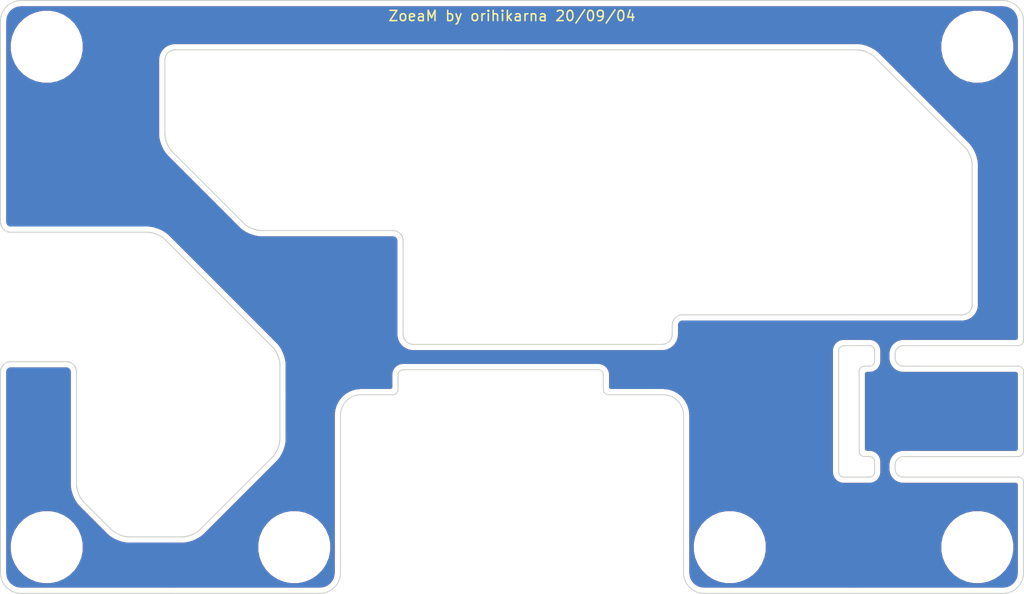
<source format=kicad_pcb>
(kicad_pcb (version 20171130) (host pcbnew "(5.1.5-0-10_14)")
  (layers (0 F.Cu signal) (31 B.Cu signal) (34 B.Paste user) (35 F.Paste user) (36 B.SilkS user) (37 F.SilkS user) (38 B.Mask user) (39 F.Mask user) (44 Edge.Cuts user))
  (net 0 "")
  (net 1 GND)
  (module key-parts:MountingHole_6.0mm_M3_Standoff (layer F.Cu) (at 71 53.22)
    (fp_text reference H6 hide)
    (fp_text value MountingHole hide)
    (pad "" np_thru_hole circle (at 0 0) (size 6 6) (drill 6) (layers *.Cu *.Mask))
  )
  (module key-parts:MountingHole_6.0mm_M3_Standoff (layer F.Cu) (at 28.6 53.22)
    (fp_text reference H5 hide)
    (fp_text value MountingHole hide)
    (pad "" np_thru_hole circle (at 0 0) (size 6 6) (drill 6) (layers *.Cu *.Mask))
  )
  (module key-parts:MountingHole_6.0mm_M3_Standoff (layer F.Cu) (at 4.5 53.22)
    (fp_text reference H4 hide)
    (fp_text value MountingHole hide)
    (pad "" np_thru_hole circle (at 0 0) (size 6 6) (drill 6) (layers *.Cu *.Mask))
  )
  (module key-parts:MountingHole_6.0mm_M3_Standoff (layer F.Cu) (at 95.1 53.22)
    (fp_text reference H3 hide)
    (fp_text value MountingHole hide)
    (pad "" np_thru_hole circle (at 0 0) (size 6 6) (drill 6) (layers *.Cu *.Mask))
  )
  (module key-parts:MountingHole_6.0mm_M3_Standoff (layer F.Cu) (at 95.1 4.5)
    (fp_text reference H2 hide)
    (fp_text value MountingHole hide)
    (pad "" np_thru_hole circle (at 0 0) (size 6 6) (drill 6) (layers *.Cu *.Mask))
  )
  (module key-parts:MountingHole_6.0mm_M3_Standoff (layer F.Cu) (at 4.5 4.5)
    (fp_text reference H1 hide)
    (fp_text value MountingHole hide)
    (pad "" np_thru_hole circle (at 0 0) (size 6 6) (drill 6) (layers *.Cu *.Mask))
  )
  (module key-parts:DummyPad (layer B.Cu) (at 9.704999 14.534999)
    (fp_text reference P2 hide)
    (fp_text value DummyPad hide)
    (pad 1 smd circle (at 0 0) (size 0.4 0.4) (layers B.Cu) (net 1 GND))
  )
  (module key-parts:DummyPad (layer F.Cu) (at 7.704999 14.534999)
    (fp_text reference P1 hide)
    (fp_text value DummyPad hide)
    (pad 1 smd circle (at 0 0) (size 0.4 0.4) (layers F.Cu) (net 1 GND))
  )
  (gr_line (start 16 13) (end 16 9.62) (layer Edge.Cuts) (width 0.1))
  (gr_line (start 16.001 13.056) (end 16 13) (layer Edge.Cuts) (width 0.1))
  (gr_line (start 16.004 13.113) (end 16.001 13.056) (layer Edge.Cuts) (width 0.1))
  (gr_line (start 16.009 13.171) (end 16.004 13.113) (layer Edge.Cuts) (width 0.1))
  (gr_line (start 16.015999 13.231) (end 16.009 13.171) (layer Edge.Cuts) (width 0.1))
  (gr_line (start 16.024999 13.291) (end 16.015999 13.231) (layer Edge.Cuts) (width 0.1))
  (gr_line (start 16.036 13.352) (end 16.024999 13.291) (layer Edge.Cuts) (width 0.1))
  (gr_line (start 16.049 13.414) (end 16.036 13.352) (layer Edge.Cuts) (width 0.1))
  (gr_line (start 16.062999 13.476) (end 16.049 13.414) (layer Edge.Cuts) (width 0.1))
  (gr_line (start 16.079 13.538) (end 16.062999 13.476) (layer Edge.Cuts) (width 0.1))
  (gr_line (start 16.097 13.601) (end 16.079 13.538) (layer Edge.Cuts) (width 0.1))
  (gr_line (start 16.116 13.664) (end 16.097 13.601) (layer Edge.Cuts) (width 0.1))
  (gr_line (start 16.136 13.727) (end 16.116 13.664) (layer Edge.Cuts) (width 0.1))
  (gr_line (start 16.158999 13.79) (end 16.136 13.727) (layer Edge.Cuts) (width 0.1))
  (gr_line (start 16.181999 13.852) (end 16.158999 13.79) (layer Edge.Cuts) (width 0.1))
  (gr_line (start 16.207 13.914) (end 16.181999 13.852) (layer Edge.Cuts) (width 0.1))
  (gr_line (start 16.233 13.976) (end 16.207 13.914) (layer Edge.Cuts) (width 0.1))
  (gr_line (start 16.261 14.037) (end 16.233 13.976) (layer Edge.Cuts) (width 0.1))
  (gr_line (start 16.289 14.097) (end 16.261 14.037) (layer Edge.Cuts) (width 0.1))
  (gr_line (start 16.318999 14.156) (end 16.289 14.097) (layer Edge.Cuts) (width 0.1))
  (gr_line (start 16.35 14.214) (end 16.318999 14.156) (layer Edge.Cuts) (width 0.1))
  (gr_line (start 16.382 14.271) (end 16.35 14.214) (layer Edge.Cuts) (width 0.1))
  (gr_line (start 16.415 14.326) (end 16.382 14.271) (layer Edge.Cuts) (width 0.1))
  (gr_line (start 16.449 14.38) (end 16.415 14.326) (layer Edge.Cuts) (width 0.1))
  (gr_line (start 16.484 14.433) (end 16.449 14.38) (layer Edge.Cuts) (width 0.1))
  (gr_line (start 16.518999 14.483) (end 16.484 14.433) (layer Edge.Cuts) (width 0.1))
  (gr_line (start 16.555 14.532) (end 16.518999 14.483) (layer Edge.Cuts) (width 0.1))
  (gr_line (start 16.591999 14.579) (end 16.555 14.532) (layer Edge.Cuts) (width 0.1))
  (gr_line (start 16.629999 14.624) (end 16.591999 14.579) (layer Edge.Cuts) (width 0.1))
  (gr_line (start 16.668 14.667) (end 16.629999 14.624) (layer Edge.Cuts) (width 0.1))
  (gr_line (start 16.707 14.707) (end 16.668 14.667) (layer Edge.Cuts) (width 0.1))
  (gr_line (start 20 18) (end 16.707 14.707) (layer Edge.Cuts) (width 0.1))
  (gr_line (start 23.693 21.693) (end 20 18) (layer Edge.Cuts) (width 0.1))
  (gr_line (start 23.733 21.732) (end 23.693 21.693) (layer Edge.Cuts) (width 0.1))
  (gr_line (start 23.776 21.77) (end 23.733 21.732) (layer Edge.Cuts) (width 0.1))
  (gr_line (start 23.821 21.808) (end 23.776 21.77) (layer Edge.Cuts) (width 0.1))
  (gr_line (start 23.868 21.845) (end 23.821 21.808) (layer Edge.Cuts) (width 0.1))
  (gr_line (start 23.917 21.881) (end 23.868 21.845) (layer Edge.Cuts) (width 0.1))
  (gr_line (start 23.967 21.916) (end 23.917 21.881) (layer Edge.Cuts) (width 0.1))
  (gr_line (start 24.02 21.951) (end 23.967 21.916) (layer Edge.Cuts) (width 0.1))
  (gr_line (start 24.074 21.985) (end 24.02 21.951) (layer Edge.Cuts) (width 0.1))
  (gr_line (start 24.129 22.018) (end 24.074 21.985) (layer Edge.Cuts) (width 0.1))
  (gr_line (start 24.186 22.05) (end 24.129 22.018) (layer Edge.Cuts) (width 0.1))
  (gr_line (start 24.244 22.081) (end 24.186 22.05) (layer Edge.Cuts) (width 0.1))
  (gr_line (start 24.303 22.111) (end 24.244 22.081) (layer Edge.Cuts) (width 0.1))
  (gr_line (start 24.363 22.139) (end 24.303 22.111) (layer Edge.Cuts) (width 0.1))
  (gr_line (start 24.424 22.167) (end 24.363 22.139) (layer Edge.Cuts) (width 0.1))
  (gr_line (start 24.486 22.193) (end 24.424 22.167) (layer Edge.Cuts) (width 0.1))
  (gr_line (start 24.548 22.218) (end 24.486 22.193) (layer Edge.Cuts) (width 0.1))
  (gr_line (start 24.61 22.241) (end 24.548 22.218) (layer Edge.Cuts) (width 0.1))
  (gr_line (start 24.673 22.264) (end 24.61 22.241) (layer Edge.Cuts) (width 0.1))
  (gr_line (start 24.736 22.284) (end 24.673 22.264) (layer Edge.Cuts) (width 0.1))
  (gr_line (start 24.799 22.303) (end 24.736 22.284) (layer Edge.Cuts) (width 0.1))
  (gr_line (start 24.862 22.321) (end 24.799 22.303) (layer Edge.Cuts) (width 0.1))
  (gr_line (start 24.924 22.337) (end 24.862 22.321) (layer Edge.Cuts) (width 0.1))
  (gr_line (start 24.986 22.351) (end 24.924 22.337) (layer Edge.Cuts) (width 0.1))
  (gr_line (start 25.048 22.364) (end 24.986 22.351) (layer Edge.Cuts) (width 0.1))
  (gr_line (start 25.109 22.375) (end 25.048 22.364) (layer Edge.Cuts) (width 0.1))
  (gr_line (start 25.169 22.384) (end 25.109 22.375) (layer Edge.Cuts) (width 0.1))
  (gr_line (start 25.229 22.391) (end 25.169 22.384) (layer Edge.Cuts) (width 0.1))
  (gr_line (start 25.287 22.396) (end 25.229 22.391) (layer Edge.Cuts) (width 0.1))
  (gr_line (start 25.344 22.399) (end 25.287 22.396) (layer Edge.Cuts) (width 0.1))
  (gr_line (start 25.4 22.4) (end 25.344 22.399) (layer Edge.Cuts) (width 0.1))
  (gr_line (start 33.2 22.4) (end 25.4 22.4) (layer Edge.Cuts) (width 0.1))
  (gr_line (start 38.2 22.4) (end 33.2 22.4) (layer Edge.Cuts) (width 0.1))
  (gr_line (start 38.282 22.403) (end 38.2 22.4) (layer Edge.Cuts) (width 0.1))
  (gr_line (start 38.362 22.413) (end 38.282 22.403) (layer Edge.Cuts) (width 0.1))
  (gr_line (start 38.44 22.429) (end 38.362 22.413) (layer Edge.Cuts) (width 0.1))
  (gr_line (start 38.516 22.451) (end 38.44 22.429) (layer Edge.Cuts) (width 0.1))
  (gr_line (start 38.589 22.479) (end 38.516 22.451) (layer Edge.Cuts) (width 0.1))
  (gr_line (start 38.66 22.512) (end 38.589 22.479) (layer Edge.Cuts) (width 0.1))
  (gr_line (start 38.727 22.55) (end 38.66 22.512) (layer Edge.Cuts) (width 0.1))
  (gr_line (start 38.791 22.593) (end 38.727 22.55) (layer Edge.Cuts) (width 0.1))
  (gr_line (start 38.851 22.641) (end 38.791 22.593) (layer Edge.Cuts) (width 0.1))
  (gr_line (start 38.907 22.693) (end 38.851 22.641) (layer Edge.Cuts) (width 0.1))
  (gr_line (start 38.959 22.749) (end 38.907 22.693) (layer Edge.Cuts) (width 0.1))
  (gr_line (start 39.007 22.809) (end 38.959 22.749) (layer Edge.Cuts) (width 0.1))
  (gr_line (start 39.05 22.873) (end 39.007 22.809) (layer Edge.Cuts) (width 0.1))
  (gr_line (start 39.088 22.94) (end 39.05 22.873) (layer Edge.Cuts) (width 0.1))
  (gr_line (start 39.121 23.011) (end 39.088 22.94) (layer Edge.Cuts) (width 0.1))
  (gr_line (start 39.149 23.084) (end 39.121 23.011) (layer Edge.Cuts) (width 0.1))
  (gr_line (start 39.171 23.16) (end 39.149 23.084) (layer Edge.Cuts) (width 0.1))
  (gr_line (start 39.187 23.238) (end 39.171 23.16) (layer Edge.Cuts) (width 0.1))
  (gr_line (start 39.197 23.318) (end 39.187 23.238) (layer Edge.Cuts) (width 0.1))
  (gr_line (start 39.2 23.4) (end 39.197 23.318) (layer Edge.Cuts) (width 0.1))
  (gr_line (start 39.2 31.48) (end 39.2 23.4) (layer Edge.Cuts) (width 0.1))
  (gr_line (start 39.2 32.479999) (end 39.2 31.48) (layer Edge.Cuts) (width 0.1))
  (gr_line (start 39.203 32.561999) (end 39.2 32.479999) (layer Edge.Cuts) (width 0.1))
  (gr_line (start 39.213 32.642) (end 39.203 32.561999) (layer Edge.Cuts) (width 0.1))
  (gr_line (start 39.229 32.72) (end 39.213 32.642) (layer Edge.Cuts) (width 0.1))
  (gr_line (start 39.251 32.796) (end 39.229 32.72) (layer Edge.Cuts) (width 0.1))
  (gr_line (start 39.279 32.869) (end 39.251 32.796) (layer Edge.Cuts) (width 0.1))
  (gr_line (start 39.312 32.939999) (end 39.279 32.869) (layer Edge.Cuts) (width 0.1))
  (gr_line (start 39.35 33.006999) (end 39.312 32.939999) (layer Edge.Cuts) (width 0.1))
  (gr_line (start 39.393 33.070999) (end 39.35 33.006999) (layer Edge.Cuts) (width 0.1))
  (gr_line (start 39.441 33.131) (end 39.393 33.070999) (layer Edge.Cuts) (width 0.1))
  (gr_line (start 39.493 33.186999) (end 39.441 33.131) (layer Edge.Cuts) (width 0.1))
  (gr_line (start 39.549 33.238999) (end 39.493 33.186999) (layer Edge.Cuts) (width 0.1))
  (gr_line (start 39.609 33.287) (end 39.549 33.238999) (layer Edge.Cuts) (width 0.1))
  (gr_line (start 39.673 33.33) (end 39.609 33.287) (layer Edge.Cuts) (width 0.1))
  (gr_line (start 39.74 33.368) (end 39.673 33.33) (layer Edge.Cuts) (width 0.1))
  (gr_line (start 39.811 33.401) (end 39.74 33.368) (layer Edge.Cuts) (width 0.1))
  (gr_line (start 39.884 33.429) (end 39.811 33.401) (layer Edge.Cuts) (width 0.1))
  (gr_line (start 39.96 33.451) (end 39.884 33.429) (layer Edge.Cuts) (width 0.1))
  (gr_line (start 40.038 33.467) (end 39.96 33.451) (layer Edge.Cuts) (width 0.1))
  (gr_line (start 40.118 33.476999) (end 40.038 33.467) (layer Edge.Cuts) (width 0.1))
  (gr_line (start 40.2 33.479999) (end 40.118 33.476999) (layer Edge.Cuts) (width 0.1))
  (gr_line (start 49.8 33.479999) (end 40.2 33.479999) (layer Edge.Cuts) (width 0.1))
  (gr_line (start 64.4 33.479999) (end 49.8 33.479999) (layer Edge.Cuts) (width 0.1))
  (gr_line (start 64.482 33.476999) (end 64.4 33.479999) (layer Edge.Cuts) (width 0.1))
  (gr_line (start 64.562 33.467) (end 64.482 33.476999) (layer Edge.Cuts) (width 0.1))
  (gr_line (start 64.64 33.451) (end 64.562 33.467) (layer Edge.Cuts) (width 0.1))
  (gr_line (start 64.715999 33.429) (end 64.64 33.451) (layer Edge.Cuts) (width 0.1))
  (gr_line (start 64.789 33.401) (end 64.715999 33.429) (layer Edge.Cuts) (width 0.1))
  (gr_line (start 64.86 33.368) (end 64.789 33.401) (layer Edge.Cuts) (width 0.1))
  (gr_line (start 64.927 33.33) (end 64.86 33.368) (layer Edge.Cuts) (width 0.1))
  (gr_line (start 64.991 33.287) (end 64.927 33.33) (layer Edge.Cuts) (width 0.1))
  (gr_line (start 65.051 33.238999) (end 64.991 33.287) (layer Edge.Cuts) (width 0.1))
  (gr_line (start 65.107 33.186999) (end 65.051 33.238999) (layer Edge.Cuts) (width 0.1))
  (gr_line (start 65.159 33.131) (end 65.107 33.186999) (layer Edge.Cuts) (width 0.1))
  (gr_line (start 65.206999 33.070999) (end 65.159 33.131) (layer Edge.Cuts) (width 0.1))
  (gr_line (start 65.25 33.006999) (end 65.206999 33.070999) (layer Edge.Cuts) (width 0.1))
  (gr_line (start 65.288 32.939999) (end 65.25 33.006999) (layer Edge.Cuts) (width 0.1))
  (gr_line (start 65.321 32.869) (end 65.288 32.939999) (layer Edge.Cuts) (width 0.1))
  (gr_line (start 65.349 32.796) (end 65.321 32.869) (layer Edge.Cuts) (width 0.1))
  (gr_line (start 65.370999 32.72) (end 65.349 32.796) (layer Edge.Cuts) (width 0.1))
  (gr_line (start 65.387 32.642) (end 65.370999 32.72) (layer Edge.Cuts) (width 0.1))
  (gr_line (start 65.397 32.561999) (end 65.387 32.642) (layer Edge.Cuts) (width 0.1))
  (gr_line (start 65.4 32.479999) (end 65.397 32.561999) (layer Edge.Cuts) (width 0.1))
  (gr_line (start 65.4 32.28) (end 65.4 32.479999) (layer Edge.Cuts) (width 0.1))
  (gr_line (start 65.4 31.6) (end 65.4 32.28) (layer Edge.Cuts) (width 0.1))
  (gr_line (start 65.403 31.518) (end 65.4 31.6) (layer Edge.Cuts) (width 0.1))
  (gr_line (start 65.413 31.438) (end 65.403 31.518) (layer Edge.Cuts) (width 0.1))
  (gr_line (start 65.429 31.36) (end 65.413 31.438) (layer Edge.Cuts) (width 0.1))
  (gr_line (start 65.450999 31.284) (end 65.429 31.36) (layer Edge.Cuts) (width 0.1))
  (gr_line (start 65.479 31.211) (end 65.450999 31.284) (layer Edge.Cuts) (width 0.1))
  (gr_line (start 65.512 31.14) (end 65.479 31.211) (layer Edge.Cuts) (width 0.1))
  (gr_line (start 65.55 31.073) (end 65.512 31.14) (layer Edge.Cuts) (width 0.1))
  (gr_line (start 65.593 31.009) (end 65.55 31.073) (layer Edge.Cuts) (width 0.1))
  (gr_line (start 65.641 30.949) (end 65.593 31.009) (layer Edge.Cuts) (width 0.1))
  (gr_line (start 65.693 30.893) (end 65.641 30.949) (layer Edge.Cuts) (width 0.1))
  (gr_line (start 65.748999 30.841) (end 65.693 30.893) (layer Edge.Cuts) (width 0.1))
  (gr_line (start 65.809 30.793) (end 65.748999 30.841) (layer Edge.Cuts) (width 0.1))
  (gr_line (start 65.873 30.75) (end 65.809 30.793) (layer Edge.Cuts) (width 0.1))
  (gr_line (start 65.94 30.712) (end 65.873 30.75) (layer Edge.Cuts) (width 0.1))
  (gr_line (start 66.010999 30.679) (end 65.94 30.712) (layer Edge.Cuts) (width 0.1))
  (gr_line (start 66.084 30.651) (end 66.010999 30.679) (layer Edge.Cuts) (width 0.1))
  (gr_line (start 66.16 30.629) (end 66.084 30.651) (layer Edge.Cuts) (width 0.1))
  (gr_line (start 66.238 30.613) (end 66.16 30.629) (layer Edge.Cuts) (width 0.1))
  (gr_line (start 66.318 30.603) (end 66.238 30.613) (layer Edge.Cuts) (width 0.1))
  (gr_line (start 66.4 30.6) (end 66.318 30.603) (layer Edge.Cuts) (width 0.1))
  (gr_line (start 83 30.6) (end 66.4 30.6) (layer Edge.Cuts) (width 0.1))
  (gr_line (start 93.6 30.6) (end 83 30.6) (layer Edge.Cuts) (width 0.1))
  (gr_line (start 93.682 30.597) (end 93.6 30.6) (layer Edge.Cuts) (width 0.1))
  (gr_line (start 93.762 30.587) (end 93.682 30.597) (layer Edge.Cuts) (width 0.1))
  (gr_line (start 93.84 30.571) (end 93.762 30.587) (layer Edge.Cuts) (width 0.1))
  (gr_line (start 93.916 30.549) (end 93.84 30.571) (layer Edge.Cuts) (width 0.1))
  (gr_line (start 93.989 30.521) (end 93.916 30.549) (layer Edge.Cuts) (width 0.1))
  (gr_line (start 94.06 30.488) (end 93.989 30.521) (layer Edge.Cuts) (width 0.1))
  (gr_line (start 94.127 30.45) (end 94.06 30.488) (layer Edge.Cuts) (width 0.1))
  (gr_line (start 94.191 30.407) (end 94.127 30.45) (layer Edge.Cuts) (width 0.1))
  (gr_line (start 94.251 30.359) (end 94.191 30.407) (layer Edge.Cuts) (width 0.1))
  (gr_line (start 94.307 30.307) (end 94.251 30.359) (layer Edge.Cuts) (width 0.1))
  (gr_line (start 94.359 30.251) (end 94.307 30.307) (layer Edge.Cuts) (width 0.1))
  (gr_line (start 94.407 30.191) (end 94.359 30.251) (layer Edge.Cuts) (width 0.1))
  (gr_line (start 94.45 30.127) (end 94.407 30.191) (layer Edge.Cuts) (width 0.1))
  (gr_line (start 94.488 30.06) (end 94.45 30.127) (layer Edge.Cuts) (width 0.1))
  (gr_line (start 94.521 29.989) (end 94.488 30.06) (layer Edge.Cuts) (width 0.1))
  (gr_line (start 94.549 29.916) (end 94.521 29.989) (layer Edge.Cuts) (width 0.1))
  (gr_line (start 94.571 29.84) (end 94.549 29.916) (layer Edge.Cuts) (width 0.1))
  (gr_line (start 94.587 29.762) (end 94.571 29.84) (layer Edge.Cuts) (width 0.1))
  (gr_line (start 94.597 29.682) (end 94.587 29.762) (layer Edge.Cuts) (width 0.1))
  (gr_line (start 94.6 29.6) (end 94.597 29.682) (layer Edge.Cuts) (width 0.1))
  (gr_line (start 94.6 19.24) (end 94.6 29.6) (layer Edge.Cuts) (width 0.1))
  (gr_line (start 94.6 16) (end 94.6 19.24) (layer Edge.Cuts) (width 0.1))
  (gr_line (start 94.599 15.944) (end 94.6 16) (layer Edge.Cuts) (width 0.1))
  (gr_line (start 94.596 15.887) (end 94.599 15.944) (layer Edge.Cuts) (width 0.1))
  (gr_line (start 94.591 15.829) (end 94.596 15.887) (layer Edge.Cuts) (width 0.1))
  (gr_line (start 94.584 15.769) (end 94.591 15.829) (layer Edge.Cuts) (width 0.1))
  (gr_line (start 94.575 15.709) (end 94.584 15.769) (layer Edge.Cuts) (width 0.1))
  (gr_line (start 94.564 15.648) (end 94.575 15.709) (layer Edge.Cuts) (width 0.1))
  (gr_line (start 94.551 15.586) (end 94.564 15.648) (layer Edge.Cuts) (width 0.1))
  (gr_line (start 94.537 15.524) (end 94.551 15.586) (layer Edge.Cuts) (width 0.1))
  (gr_line (start 94.521 15.462) (end 94.537 15.524) (layer Edge.Cuts) (width 0.1))
  (gr_line (start 94.503 15.399) (end 94.521 15.462) (layer Edge.Cuts) (width 0.1))
  (gr_line (start 94.484 15.336) (end 94.503 15.399) (layer Edge.Cuts) (width 0.1))
  (gr_line (start 94.464 15.273) (end 94.484 15.336) (layer Edge.Cuts) (width 0.1))
  (gr_line (start 94.441 15.21) (end 94.464 15.273) (layer Edge.Cuts) (width 0.1))
  (gr_line (start 94.418 15.148) (end 94.441 15.21) (layer Edge.Cuts) (width 0.1))
  (gr_line (start 94.393 15.086) (end 94.418 15.148) (layer Edge.Cuts) (width 0.1))
  (gr_line (start 94.367 15.024) (end 94.393 15.086) (layer Edge.Cuts) (width 0.1))
  (gr_line (start 94.339 14.963) (end 94.367 15.024) (layer Edge.Cuts) (width 0.1))
  (gr_line (start 94.311 14.903) (end 94.339 14.963) (layer Edge.Cuts) (width 0.1))
  (gr_line (start 94.281 14.844) (end 94.311 14.903) (layer Edge.Cuts) (width 0.1))
  (gr_line (start 94.25 14.786) (end 94.281 14.844) (layer Edge.Cuts) (width 0.1))
  (gr_line (start 94.218 14.729) (end 94.25 14.786) (layer Edge.Cuts) (width 0.1))
  (gr_line (start 94.185 14.674) (end 94.218 14.729) (layer Edge.Cuts) (width 0.1))
  (gr_line (start 94.151 14.62) (end 94.185 14.674) (layer Edge.Cuts) (width 0.1))
  (gr_line (start 94.116 14.567) (end 94.151 14.62) (layer Edge.Cuts) (width 0.1))
  (gr_line (start 94.081 14.517) (end 94.116 14.567) (layer Edge.Cuts) (width 0.1))
  (gr_line (start 94.045 14.468) (end 94.081 14.517) (layer Edge.Cuts) (width 0.1))
  (gr_line (start 94.008 14.421) (end 94.045 14.468) (layer Edge.Cuts) (width 0.1))
  (gr_line (start 93.97 14.376) (end 94.008 14.421) (layer Edge.Cuts) (width 0.1))
  (gr_line (start 93.932 14.333) (end 93.97 14.376) (layer Edge.Cuts) (width 0.1))
  (gr_line (start 93.893 14.293) (end 93.932 14.333) (layer Edge.Cuts) (width 0.1))
  (gr_line (start 89.6 10) (end 93.893 14.293) (layer Edge.Cuts) (width 0.1))
  (gr_line (start 85.107 5.507) (end 89.6 10) (layer Edge.Cuts) (width 0.1))
  (gr_line (start 85.067 5.468) (end 85.107 5.507) (layer Edge.Cuts) (width 0.1))
  (gr_line (start 85.024 5.43) (end 85.067 5.468) (layer Edge.Cuts) (width 0.1))
  (gr_line (start 84.979 5.392) (end 85.024 5.43) (layer Edge.Cuts) (width 0.1))
  (gr_line (start 84.932 5.355) (end 84.979 5.392) (layer Edge.Cuts) (width 0.1))
  (gr_line (start 84.883 5.319) (end 84.932 5.355) (layer Edge.Cuts) (width 0.1))
  (gr_line (start 84.833 5.284) (end 84.883 5.319) (layer Edge.Cuts) (width 0.1))
  (gr_line (start 84.78 5.249) (end 84.833 5.284) (layer Edge.Cuts) (width 0.1))
  (gr_line (start 84.726 5.215) (end 84.78 5.249) (layer Edge.Cuts) (width 0.1))
  (gr_line (start 84.671 5.182) (end 84.726 5.215) (layer Edge.Cuts) (width 0.1))
  (gr_line (start 84.614 5.15) (end 84.671 5.182) (layer Edge.Cuts) (width 0.1))
  (gr_line (start 84.556 5.119) (end 84.614 5.15) (layer Edge.Cuts) (width 0.1))
  (gr_line (start 84.497 5.089) (end 84.556 5.119) (layer Edge.Cuts) (width 0.1))
  (gr_line (start 84.437 5.061) (end 84.497 5.089) (layer Edge.Cuts) (width 0.1))
  (gr_line (start 84.376 5.033) (end 84.437 5.061) (layer Edge.Cuts) (width 0.1))
  (gr_line (start 84.314 5.007) (end 84.376 5.033) (layer Edge.Cuts) (width 0.1))
  (gr_line (start 84.252 4.982) (end 84.314 5.007) (layer Edge.Cuts) (width 0.1))
  (gr_line (start 84.19 4.959) (end 84.252 4.982) (layer Edge.Cuts) (width 0.1))
  (gr_line (start 84.127 4.936) (end 84.19 4.959) (layer Edge.Cuts) (width 0.1))
  (gr_line (start 84.064 4.916) (end 84.127 4.936) (layer Edge.Cuts) (width 0.1))
  (gr_line (start 84.001 4.897) (end 84.064 4.916) (layer Edge.Cuts) (width 0.1))
  (gr_line (start 83.938 4.879) (end 84.001 4.897) (layer Edge.Cuts) (width 0.1))
  (gr_line (start 83.876 4.863) (end 83.938 4.879) (layer Edge.Cuts) (width 0.1))
  (gr_line (start 83.814 4.849) (end 83.876 4.863) (layer Edge.Cuts) (width 0.1))
  (gr_line (start 83.752 4.836) (end 83.814 4.849) (layer Edge.Cuts) (width 0.1))
  (gr_line (start 83.691 4.825) (end 83.752 4.836) (layer Edge.Cuts) (width 0.1))
  (gr_line (start 83.631 4.816) (end 83.691 4.825) (layer Edge.Cuts) (width 0.1))
  (gr_line (start 83.571 4.809) (end 83.631 4.816) (layer Edge.Cuts) (width 0.1))
  (gr_line (start 83.513 4.804) (end 83.571 4.809) (layer Edge.Cuts) (width 0.1))
  (gr_line (start 83.456 4.801) (end 83.513 4.804) (layer Edge.Cuts) (width 0.1))
  (gr_line (start 83.4 4.8) (end 83.456 4.801) (layer Edge.Cuts) (width 0.1))
  (gr_line (start 49.8 4.8) (end 83.4 4.8) (layer Edge.Cuts) (width 0.1))
  (gr_line (start 17 4.8) (end 49.8 4.8) (layer Edge.Cuts) (width 0.1))
  (gr_line (start 16.918 4.803) (end 17 4.8) (layer Edge.Cuts) (width 0.1))
  (gr_line (start 16.838 4.813) (end 16.918 4.803) (layer Edge.Cuts) (width 0.1))
  (gr_line (start 16.76 4.829) (end 16.838 4.813) (layer Edge.Cuts) (width 0.1))
  (gr_line (start 16.684 4.851) (end 16.76 4.829) (layer Edge.Cuts) (width 0.1))
  (gr_line (start 16.611 4.879) (end 16.684 4.851) (layer Edge.Cuts) (width 0.1))
  (gr_line (start 16.54 4.912) (end 16.611 4.879) (layer Edge.Cuts) (width 0.1))
  (gr_line (start 16.472999 4.95) (end 16.54 4.912) (layer Edge.Cuts) (width 0.1))
  (gr_line (start 16.408999 4.993) (end 16.472999 4.95) (layer Edge.Cuts) (width 0.1))
  (gr_line (start 16.349 5.041) (end 16.408999 4.993) (layer Edge.Cuts) (width 0.1))
  (gr_line (start 16.293 5.093) (end 16.349 5.041) (layer Edge.Cuts) (width 0.1))
  (gr_line (start 16.241 5.149) (end 16.293 5.093) (layer Edge.Cuts) (width 0.1))
  (gr_line (start 16.193 5.209) (end 16.241 5.149) (layer Edge.Cuts) (width 0.1))
  (gr_line (start 16.149999 5.273) (end 16.193 5.209) (layer Edge.Cuts) (width 0.1))
  (gr_line (start 16.111999 5.34) (end 16.149999 5.273) (layer Edge.Cuts) (width 0.1))
  (gr_line (start 16.079 5.411) (end 16.111999 5.34) (layer Edge.Cuts) (width 0.1))
  (gr_line (start 16.050999 5.484) (end 16.079 5.411) (layer Edge.Cuts) (width 0.1))
  (gr_line (start 16.029 5.56) (end 16.050999 5.484) (layer Edge.Cuts) (width 0.1))
  (gr_line (start 16.013 5.638) (end 16.029 5.56) (layer Edge.Cuts) (width 0.1))
  (gr_line (start 16.003 5.718) (end 16.013 5.638) (layer Edge.Cuts) (width 0.1))
  (gr_line (start 16 5.8) (end 16.003 5.718) (layer Edge.Cuts) (width 0.1))
  (gr_line (start 16 9.62) (end 16 5.8) (layer Edge.Cuts) (width 0.1))
  (gr_arc (start 82.1 45.9) (end 82.1 46.4) (angle 90) (layer Edge.Cuts) (width 0.1))
  (gr_line (start 81.6 40) (end 81.6 45.9) (layer Edge.Cuts) (width 0.1))
  (gr_line (start 84.5 46.4) (end 82.1 46.4) (layer Edge.Cuts) (width 0.1))
  (gr_arc (start 84.6 45.9) (end 85.1 45.9) (angle 90) (layer Edge.Cuts) (width 0.1))
  (gr_line (start 84.5 46.4) (end 84.6 46.4) (layer Edge.Cuts) (width 0.1))
  (gr_line (start 85.1 45.4) (end 85.1 45.9) (layer Edge.Cuts) (width 0.1))
  (gr_arc (start 84.6 44.9) (end 84.6 44.4) (angle 90) (layer Edge.Cuts) (width 0.1))
  (gr_line (start 85.1 45.4) (end 85.1 44.9) (layer Edge.Cuts) (width 0.1))
  (gr_line (start 84.5 44.4) (end 84.6 44.4) (layer Edge.Cuts) (width 0.1))
  (gr_arc (start 84.1 43.9) (end 84.1 44.4) (angle 90) (layer Edge.Cuts) (width 0.1))
  (gr_line (start 84.5 44.4) (end 84.1 44.4) (layer Edge.Cuts) (width 0.1))
  (gr_line (start 83.6 40) (end 83.6 43.9) (layer Edge.Cuts) (width 0.1))
  (gr_arc (start 84.1 36.1) (end 83.6 36.1) (angle 90) (layer Edge.Cuts) (width 0.1))
  (gr_line (start 83.6 40) (end 83.6 36.1) (layer Edge.Cuts) (width 0.1))
  (gr_line (start 84.5 35.6) (end 84.1 35.6) (layer Edge.Cuts) (width 0.1))
  (gr_arc (start 84.6 35.1) (end 85.1 35.1) (angle 90) (layer Edge.Cuts) (width 0.1))
  (gr_line (start 84.5 35.6) (end 84.6 35.6) (layer Edge.Cuts) (width 0.1))
  (gr_line (start 85.1 34.6) (end 85.1 35.1) (layer Edge.Cuts) (width 0.1))
  (gr_arc (start 84.6 34.1) (end 84.6 33.6) (angle 90) (layer Edge.Cuts) (width 0.1))
  (gr_line (start 85.1 34.6) (end 85.1 34.1) (layer Edge.Cuts) (width 0.1))
  (gr_line (start 84.5 33.6) (end 84.6 33.6) (layer Edge.Cuts) (width 0.1))
  (gr_arc (start 82.1 34.1) (end 81.6 34.1) (angle 90) (layer Edge.Cuts) (width 0.1))
  (gr_line (start 84.5 33.6) (end 82.1 33.6) (layer Edge.Cuts) (width 0.1))
  (gr_line (start 81.6 40) (end 81.6 34.1) (layer Edge.Cuts) (width 0.1))
  (gr_line (start 0 21.56) (end 0 3) (layer Edge.Cuts) (width 0.1))
  (gr_line (start 0.003 21.642) (end 0 21.56) (layer Edge.Cuts) (width 0.1))
  (gr_line (start 0.013 21.722) (end 0.003 21.642) (layer Edge.Cuts) (width 0.1))
  (gr_line (start 0.029 21.8) (end 0.013 21.722) (layer Edge.Cuts) (width 0.1))
  (gr_line (start 0.051 21.876) (end 0.029 21.8) (layer Edge.Cuts) (width 0.1))
  (gr_line (start 0.079 21.949) (end 0.051 21.876) (layer Edge.Cuts) (width 0.1))
  (gr_line (start 0.112 22.02) (end 0.079 21.949) (layer Edge.Cuts) (width 0.1))
  (gr_line (start 0.15 22.087) (end 0.112 22.02) (layer Edge.Cuts) (width 0.1))
  (gr_line (start 0.193 22.151) (end 0.15 22.087) (layer Edge.Cuts) (width 0.1))
  (gr_line (start 0.241 22.211) (end 0.193 22.151) (layer Edge.Cuts) (width 0.1))
  (gr_line (start 0.293 22.267) (end 0.241 22.211) (layer Edge.Cuts) (width 0.1))
  (gr_line (start 0.349 22.319) (end 0.293 22.267) (layer Edge.Cuts) (width 0.1))
  (gr_line (start 0.409 22.367) (end 0.349 22.319) (layer Edge.Cuts) (width 0.1))
  (gr_line (start 0.473 22.41) (end 0.409 22.367) (layer Edge.Cuts) (width 0.1))
  (gr_line (start 0.54 22.448) (end 0.473 22.41) (layer Edge.Cuts) (width 0.1))
  (gr_line (start 0.611 22.481) (end 0.54 22.448) (layer Edge.Cuts) (width 0.1))
  (gr_line (start 0.684 22.509) (end 0.611 22.481) (layer Edge.Cuts) (width 0.1))
  (gr_line (start 0.76 22.531) (end 0.684 22.509) (layer Edge.Cuts) (width 0.1))
  (gr_line (start 0.838 22.547) (end 0.76 22.531) (layer Edge.Cuts) (width 0.1))
  (gr_line (start 0.918 22.557) (end 0.838 22.547) (layer Edge.Cuts) (width 0.1))
  (gr_line (start 1 22.56) (end 0.918 22.557) (layer Edge.Cuts) (width 0.1))
  (gr_line (start 2 22.56) (end 1 22.56) (layer Edge.Cuts) (width 0.1))
  (gr_line (start 14.3 22.56) (end 2 22.56) (layer Edge.Cuts) (width 0.1))
  (gr_line (start 14.356 22.561) (end 14.3 22.56) (layer Edge.Cuts) (width 0.1))
  (gr_line (start 14.413 22.564) (end 14.356 22.561) (layer Edge.Cuts) (width 0.1))
  (gr_line (start 14.471 22.569) (end 14.413 22.564) (layer Edge.Cuts) (width 0.1))
  (gr_line (start 14.531 22.576) (end 14.471 22.569) (layer Edge.Cuts) (width 0.1))
  (gr_line (start 14.591 22.585) (end 14.531 22.576) (layer Edge.Cuts) (width 0.1))
  (gr_line (start 14.652 22.596) (end 14.591 22.585) (layer Edge.Cuts) (width 0.1))
  (gr_line (start 14.714 22.609) (end 14.652 22.596) (layer Edge.Cuts) (width 0.1))
  (gr_line (start 14.776 22.623) (end 14.714 22.609) (layer Edge.Cuts) (width 0.1))
  (gr_line (start 14.838 22.639) (end 14.776 22.623) (layer Edge.Cuts) (width 0.1))
  (gr_line (start 14.901 22.657) (end 14.838 22.639) (layer Edge.Cuts) (width 0.1))
  (gr_line (start 14.964 22.676) (end 14.901 22.657) (layer Edge.Cuts) (width 0.1))
  (gr_line (start 15.027 22.696) (end 14.964 22.676) (layer Edge.Cuts) (width 0.1))
  (gr_line (start 15.09 22.719) (end 15.027 22.696) (layer Edge.Cuts) (width 0.1))
  (gr_line (start 15.152 22.742) (end 15.09 22.719) (layer Edge.Cuts) (width 0.1))
  (gr_line (start 15.214 22.767) (end 15.152 22.742) (layer Edge.Cuts) (width 0.1))
  (gr_line (start 15.276 22.793) (end 15.214 22.767) (layer Edge.Cuts) (width 0.1))
  (gr_line (start 15.337 22.821) (end 15.276 22.793) (layer Edge.Cuts) (width 0.1))
  (gr_line (start 15.397 22.849) (end 15.337 22.821) (layer Edge.Cuts) (width 0.1))
  (gr_line (start 15.456 22.879) (end 15.397 22.849) (layer Edge.Cuts) (width 0.1))
  (gr_line (start 15.514 22.91) (end 15.456 22.879) (layer Edge.Cuts) (width 0.1))
  (gr_line (start 15.571 22.942) (end 15.514 22.91) (layer Edge.Cuts) (width 0.1))
  (gr_line (start 15.626 22.975) (end 15.571 22.942) (layer Edge.Cuts) (width 0.1))
  (gr_line (start 15.68 23.009) (end 15.626 22.975) (layer Edge.Cuts) (width 0.1))
  (gr_line (start 15.733 23.044) (end 15.68 23.009) (layer Edge.Cuts) (width 0.1))
  (gr_line (start 15.783 23.079) (end 15.733 23.044) (layer Edge.Cuts) (width 0.1))
  (gr_line (start 15.832 23.115) (end 15.783 23.079) (layer Edge.Cuts) (width 0.1))
  (gr_line (start 15.879 23.152) (end 15.832 23.115) (layer Edge.Cuts) (width 0.1))
  (gr_line (start 15.924 23.19) (end 15.879 23.152) (layer Edge.Cuts) (width 0.1))
  (gr_line (start 15.967 23.228) (end 15.924 23.19) (layer Edge.Cuts) (width 0.1))
  (gr_line (start 16.007 23.267) (end 15.967 23.228) (layer Edge.Cuts) (width 0.1))
  (gr_line (start 19.6 26.86) (end 16.007 23.267) (layer Edge.Cuts) (width 0.1))
  (gr_line (start 26.493 33.753) (end 19.6 26.86) (layer Edge.Cuts) (width 0.1))
  (gr_line (start 26.532 33.793) (end 26.493 33.753) (layer Edge.Cuts) (width 0.1))
  (gr_line (start 26.57 33.836) (end 26.532 33.793) (layer Edge.Cuts) (width 0.1))
  (gr_line (start 26.608 33.881) (end 26.57 33.836) (layer Edge.Cuts) (width 0.1))
  (gr_line (start 26.645 33.928) (end 26.608 33.881) (layer Edge.Cuts) (width 0.1))
  (gr_line (start 26.681 33.977) (end 26.645 33.928) (layer Edge.Cuts) (width 0.1))
  (gr_line (start 26.716 34.027) (end 26.681 33.977) (layer Edge.Cuts) (width 0.1))
  (gr_line (start 26.751 34.08) (end 26.716 34.027) (layer Edge.Cuts) (width 0.1))
  (gr_line (start 26.785 34.134) (end 26.751 34.08) (layer Edge.Cuts) (width 0.1))
  (gr_line (start 26.818 34.189) (end 26.785 34.134) (layer Edge.Cuts) (width 0.1))
  (gr_line (start 26.85 34.246) (end 26.818 34.189) (layer Edge.Cuts) (width 0.1))
  (gr_line (start 26.881 34.304) (end 26.85 34.246) (layer Edge.Cuts) (width 0.1))
  (gr_line (start 26.911 34.363) (end 26.881 34.304) (layer Edge.Cuts) (width 0.1))
  (gr_line (start 26.939 34.423) (end 26.911 34.363) (layer Edge.Cuts) (width 0.1))
  (gr_line (start 26.967 34.484) (end 26.939 34.423) (layer Edge.Cuts) (width 0.1))
  (gr_line (start 26.993 34.546) (end 26.967 34.484) (layer Edge.Cuts) (width 0.1))
  (gr_line (start 27.018 34.608) (end 26.993 34.546) (layer Edge.Cuts) (width 0.1))
  (gr_line (start 27.041 34.67) (end 27.018 34.608) (layer Edge.Cuts) (width 0.1))
  (gr_line (start 27.064 34.733) (end 27.041 34.67) (layer Edge.Cuts) (width 0.1))
  (gr_line (start 27.084 34.796) (end 27.064 34.733) (layer Edge.Cuts) (width 0.1))
  (gr_line (start 27.103 34.859) (end 27.084 34.796) (layer Edge.Cuts) (width 0.1))
  (gr_line (start 27.121 34.922) (end 27.103 34.859) (layer Edge.Cuts) (width 0.1))
  (gr_line (start 27.137 34.984) (end 27.121 34.922) (layer Edge.Cuts) (width 0.1))
  (gr_line (start 27.151 35.046) (end 27.137 34.984) (layer Edge.Cuts) (width 0.1))
  (gr_line (start 27.164 35.108) (end 27.151 35.046) (layer Edge.Cuts) (width 0.1))
  (gr_line (start 27.175 35.169) (end 27.164 35.108) (layer Edge.Cuts) (width 0.1))
  (gr_line (start 27.184 35.229) (end 27.175 35.169) (layer Edge.Cuts) (width 0.1))
  (gr_line (start 27.191 35.289) (end 27.184 35.229) (layer Edge.Cuts) (width 0.1))
  (gr_line (start 27.196 35.347) (end 27.191 35.289) (layer Edge.Cuts) (width 0.1))
  (gr_line (start 27.199 35.404) (end 27.196 35.347) (layer Edge.Cuts) (width 0.1))
  (gr_line (start 27.2 35.46) (end 27.199 35.404) (layer Edge.Cuts) (width 0.1))
  (gr_line (start 27.2 38.48) (end 27.2 35.46) (layer Edge.Cuts) (width 0.1))
  (gr_line (start 27.2 42.72) (end 27.2 38.48) (layer Edge.Cuts) (width 0.1))
  (gr_line (start 27.199 42.776) (end 27.2 42.72) (layer Edge.Cuts) (width 0.1))
  (gr_line (start 27.196 42.833) (end 27.199 42.776) (layer Edge.Cuts) (width 0.1))
  (gr_line (start 27.191 42.891) (end 27.196 42.833) (layer Edge.Cuts) (width 0.1))
  (gr_line (start 27.184 42.951) (end 27.191 42.891) (layer Edge.Cuts) (width 0.1))
  (gr_line (start 27.175 43.011) (end 27.184 42.951) (layer Edge.Cuts) (width 0.1))
  (gr_line (start 27.164 43.072) (end 27.175 43.011) (layer Edge.Cuts) (width 0.1))
  (gr_line (start 27.151 43.134) (end 27.164 43.072) (layer Edge.Cuts) (width 0.1))
  (gr_line (start 27.137 43.196) (end 27.151 43.134) (layer Edge.Cuts) (width 0.1))
  (gr_line (start 27.121 43.258) (end 27.137 43.196) (layer Edge.Cuts) (width 0.1))
  (gr_line (start 27.103 43.321) (end 27.121 43.258) (layer Edge.Cuts) (width 0.1))
  (gr_line (start 27.084 43.384) (end 27.103 43.321) (layer Edge.Cuts) (width 0.1))
  (gr_line (start 27.064 43.447) (end 27.084 43.384) (layer Edge.Cuts) (width 0.1))
  (gr_line (start 27.041 43.51) (end 27.064 43.447) (layer Edge.Cuts) (width 0.1))
  (gr_line (start 27.018 43.572) (end 27.041 43.51) (layer Edge.Cuts) (width 0.1))
  (gr_line (start 26.993 43.634) (end 27.018 43.572) (layer Edge.Cuts) (width 0.1))
  (gr_line (start 26.967 43.696) (end 26.993 43.634) (layer Edge.Cuts) (width 0.1))
  (gr_line (start 26.939 43.757) (end 26.967 43.696) (layer Edge.Cuts) (width 0.1))
  (gr_line (start 26.911 43.817) (end 26.939 43.757) (layer Edge.Cuts) (width 0.1))
  (gr_line (start 26.881 43.876) (end 26.911 43.817) (layer Edge.Cuts) (width 0.1))
  (gr_line (start 26.85 43.934) (end 26.881 43.876) (layer Edge.Cuts) (width 0.1))
  (gr_line (start 26.818 43.991) (end 26.85 43.934) (layer Edge.Cuts) (width 0.1))
  (gr_line (start 26.785 44.046) (end 26.818 43.991) (layer Edge.Cuts) (width 0.1))
  (gr_line (start 26.751 44.1) (end 26.785 44.046) (layer Edge.Cuts) (width 0.1))
  (gr_line (start 26.716 44.153) (end 26.751 44.1) (layer Edge.Cuts) (width 0.1))
  (gr_line (start 26.681 44.203) (end 26.716 44.153) (layer Edge.Cuts) (width 0.1))
  (gr_line (start 26.645 44.252) (end 26.681 44.203) (layer Edge.Cuts) (width 0.1))
  (gr_line (start 26.608 44.299) (end 26.645 44.252) (layer Edge.Cuts) (width 0.1))
  (gr_line (start 26.57 44.344) (end 26.608 44.299) (layer Edge.Cuts) (width 0.1))
  (gr_line (start 26.532 44.387) (end 26.57 44.344) (layer Edge.Cuts) (width 0.1))
  (gr_line (start 26.493 44.427) (end 26.532 44.387) (layer Edge.Cuts) (width 0.1))
  (gr_line (start 23.2 47.72) (end 26.493 44.427) (layer Edge.Cuts) (width 0.1))
  (gr_line (start 19.407 51.513) (end 23.2 47.72) (layer Edge.Cuts) (width 0.1))
  (gr_line (start 19.367 51.552) (end 19.407 51.513) (layer Edge.Cuts) (width 0.1))
  (gr_line (start 19.324 51.59) (end 19.367 51.552) (layer Edge.Cuts) (width 0.1))
  (gr_line (start 19.279 51.628) (end 19.324 51.59) (layer Edge.Cuts) (width 0.1))
  (gr_line (start 19.232 51.665) (end 19.279 51.628) (layer Edge.Cuts) (width 0.1))
  (gr_line (start 19.183 51.701) (end 19.232 51.665) (layer Edge.Cuts) (width 0.1))
  (gr_line (start 19.133 51.736) (end 19.183 51.701) (layer Edge.Cuts) (width 0.1))
  (gr_line (start 19.08 51.771) (end 19.133 51.736) (layer Edge.Cuts) (width 0.1))
  (gr_line (start 19.026 51.805) (end 19.08 51.771) (layer Edge.Cuts) (width 0.1))
  (gr_line (start 18.971 51.838) (end 19.026 51.805) (layer Edge.Cuts) (width 0.1))
  (gr_line (start 18.914 51.87) (end 18.971 51.838) (layer Edge.Cuts) (width 0.1))
  (gr_line (start 18.856 51.901) (end 18.914 51.87) (layer Edge.Cuts) (width 0.1))
  (gr_line (start 18.797 51.931) (end 18.856 51.901) (layer Edge.Cuts) (width 0.1))
  (gr_line (start 18.737 51.959) (end 18.797 51.931) (layer Edge.Cuts) (width 0.1))
  (gr_line (start 18.676 51.987) (end 18.737 51.959) (layer Edge.Cuts) (width 0.1))
  (gr_line (start 18.614 52.013) (end 18.676 51.987) (layer Edge.Cuts) (width 0.1))
  (gr_line (start 18.552 52.038) (end 18.614 52.013) (layer Edge.Cuts) (width 0.1))
  (gr_line (start 18.49 52.061) (end 18.552 52.038) (layer Edge.Cuts) (width 0.1))
  (gr_line (start 18.427 52.084) (end 18.49 52.061) (layer Edge.Cuts) (width 0.1))
  (gr_line (start 18.364 52.104) (end 18.427 52.084) (layer Edge.Cuts) (width 0.1))
  (gr_line (start 18.301 52.123) (end 18.364 52.104) (layer Edge.Cuts) (width 0.1))
  (gr_line (start 18.238 52.141) (end 18.301 52.123) (layer Edge.Cuts) (width 0.1))
  (gr_line (start 18.176 52.157) (end 18.238 52.141) (layer Edge.Cuts) (width 0.1))
  (gr_line (start 18.114 52.171) (end 18.176 52.157) (layer Edge.Cuts) (width 0.1))
  (gr_line (start 18.052 52.184) (end 18.114 52.171) (layer Edge.Cuts) (width 0.1))
  (gr_line (start 17.991 52.195) (end 18.052 52.184) (layer Edge.Cuts) (width 0.1))
  (gr_line (start 17.931 52.204) (end 17.991 52.195) (layer Edge.Cuts) (width 0.1))
  (gr_line (start 17.871 52.211) (end 17.931 52.204) (layer Edge.Cuts) (width 0.1))
  (gr_line (start 17.813 52.216) (end 17.871 52.211) (layer Edge.Cuts) (width 0.1))
  (gr_line (start 17.756 52.219) (end 17.813 52.216) (layer Edge.Cuts) (width 0.1))
  (gr_line (start 17.7 52.22) (end 17.756 52.219) (layer Edge.Cuts) (width 0.1))
  (gr_line (start 16.6 52.22) (end 17.7 52.22) (layer Edge.Cuts) (width 0.1))
  (gr_line (start 12.5 52.22) (end 16.6 52.22) (layer Edge.Cuts) (width 0.1))
  (gr_line (start 12.444 52.219) (end 12.5 52.22) (layer Edge.Cuts) (width 0.1))
  (gr_line (start 12.387 52.216) (end 12.444 52.219) (layer Edge.Cuts) (width 0.1))
  (gr_line (start 12.329 52.211) (end 12.387 52.216) (layer Edge.Cuts) (width 0.1))
  (gr_line (start 12.269 52.204) (end 12.329 52.211) (layer Edge.Cuts) (width 0.1))
  (gr_line (start 12.209 52.195) (end 12.269 52.204) (layer Edge.Cuts) (width 0.1))
  (gr_line (start 12.148 52.184) (end 12.209 52.195) (layer Edge.Cuts) (width 0.1))
  (gr_line (start 12.086 52.171) (end 12.148 52.184) (layer Edge.Cuts) (width 0.1))
  (gr_line (start 12.024 52.157) (end 12.086 52.171) (layer Edge.Cuts) (width 0.1))
  (gr_line (start 11.962 52.141) (end 12.024 52.157) (layer Edge.Cuts) (width 0.1))
  (gr_line (start 11.899 52.123) (end 11.962 52.141) (layer Edge.Cuts) (width 0.1))
  (gr_line (start 11.836 52.104) (end 11.899 52.123) (layer Edge.Cuts) (width 0.1))
  (gr_line (start 11.773 52.084) (end 11.836 52.104) (layer Edge.Cuts) (width 0.1))
  (gr_line (start 11.71 52.061) (end 11.773 52.084) (layer Edge.Cuts) (width 0.1))
  (gr_line (start 11.648 52.038) (end 11.71 52.061) (layer Edge.Cuts) (width 0.1))
  (gr_line (start 11.586 52.013) (end 11.648 52.038) (layer Edge.Cuts) (width 0.1))
  (gr_line (start 11.524 51.987) (end 11.586 52.013) (layer Edge.Cuts) (width 0.1))
  (gr_line (start 11.463 51.959) (end 11.524 51.987) (layer Edge.Cuts) (width 0.1))
  (gr_line (start 11.403 51.931) (end 11.463 51.959) (layer Edge.Cuts) (width 0.1))
  (gr_line (start 11.344 51.901) (end 11.403 51.931) (layer Edge.Cuts) (width 0.1))
  (gr_line (start 11.286 51.87) (end 11.344 51.901) (layer Edge.Cuts) (width 0.1))
  (gr_line (start 11.229 51.838) (end 11.286 51.87) (layer Edge.Cuts) (width 0.1))
  (gr_line (start 11.174 51.805) (end 11.229 51.838) (layer Edge.Cuts) (width 0.1))
  (gr_line (start 11.12 51.771) (end 11.174 51.805) (layer Edge.Cuts) (width 0.1))
  (gr_line (start 11.067 51.736) (end 11.12 51.771) (layer Edge.Cuts) (width 0.1))
  (gr_line (start 11.017 51.701) (end 11.067 51.736) (layer Edge.Cuts) (width 0.1))
  (gr_line (start 10.968 51.665) (end 11.017 51.701) (layer Edge.Cuts) (width 0.1))
  (gr_line (start 10.921 51.628) (end 10.968 51.665) (layer Edge.Cuts) (width 0.1))
  (gr_line (start 10.876 51.59) (end 10.921 51.628) (layer Edge.Cuts) (width 0.1))
  (gr_line (start 10.833 51.552) (end 10.876 51.59) (layer Edge.Cuts) (width 0.1))
  (gr_line (start 10.793 51.513) (end 10.833 51.552) (layer Edge.Cuts) (width 0.1))
  (gr_line (start 8.5 49.22) (end 10.793 51.513) (layer Edge.Cuts) (width 0.1))
  (gr_line (start 8.106999 48.827) (end 8.5 49.22) (layer Edge.Cuts) (width 0.1))
  (gr_line (start 8.068 48.787) (end 8.106999 48.827) (layer Edge.Cuts) (width 0.1))
  (gr_line (start 8.029999 48.744) (end 8.068 48.787) (layer Edge.Cuts) (width 0.1))
  (gr_line (start 7.992 48.699) (end 8.029999 48.744) (layer Edge.Cuts) (width 0.1))
  (gr_line (start 7.955 48.652) (end 7.992 48.699) (layer Edge.Cuts) (width 0.1))
  (gr_line (start 7.919 48.603) (end 7.955 48.652) (layer Edge.Cuts) (width 0.1))
  (gr_line (start 7.884 48.553) (end 7.919 48.603) (layer Edge.Cuts) (width 0.1))
  (gr_line (start 7.849 48.5) (end 7.884 48.553) (layer Edge.Cuts) (width 0.1))
  (gr_line (start 7.815 48.446) (end 7.849 48.5) (layer Edge.Cuts) (width 0.1))
  (gr_line (start 7.782 48.391) (end 7.815 48.446) (layer Edge.Cuts) (width 0.1))
  (gr_line (start 7.75 48.334) (end 7.782 48.391) (layer Edge.Cuts) (width 0.1))
  (gr_line (start 7.719 48.276) (end 7.75 48.334) (layer Edge.Cuts) (width 0.1))
  (gr_line (start 7.689 48.217) (end 7.719 48.276) (layer Edge.Cuts) (width 0.1))
  (gr_line (start 7.661 48.157) (end 7.689 48.217) (layer Edge.Cuts) (width 0.1))
  (gr_line (start 7.633 48.096) (end 7.661 48.157) (layer Edge.Cuts) (width 0.1))
  (gr_line (start 7.607 48.034) (end 7.633 48.096) (layer Edge.Cuts) (width 0.1))
  (gr_line (start 7.582 47.972) (end 7.607 48.034) (layer Edge.Cuts) (width 0.1))
  (gr_line (start 7.559 47.91) (end 7.582 47.972) (layer Edge.Cuts) (width 0.1))
  (gr_line (start 7.536 47.847) (end 7.559 47.91) (layer Edge.Cuts) (width 0.1))
  (gr_line (start 7.516 47.784) (end 7.536 47.847) (layer Edge.Cuts) (width 0.1))
  (gr_line (start 7.497 47.721) (end 7.516 47.784) (layer Edge.Cuts) (width 0.1))
  (gr_line (start 7.479 47.658) (end 7.497 47.721) (layer Edge.Cuts) (width 0.1))
  (gr_line (start 7.463 47.596) (end 7.479 47.658) (layer Edge.Cuts) (width 0.1))
  (gr_line (start 7.449 47.534) (end 7.463 47.596) (layer Edge.Cuts) (width 0.1))
  (gr_line (start 7.436 47.472) (end 7.449 47.534) (layer Edge.Cuts) (width 0.1))
  (gr_line (start 7.425 47.411) (end 7.436 47.472) (layer Edge.Cuts) (width 0.1))
  (gr_line (start 7.416 47.351) (end 7.425 47.411) (layer Edge.Cuts) (width 0.1))
  (gr_line (start 7.409 47.291) (end 7.416 47.351) (layer Edge.Cuts) (width 0.1))
  (gr_line (start 7.404 47.233) (end 7.409 47.291) (layer Edge.Cuts) (width 0.1))
  (gr_line (start 7.401 47.176) (end 7.404 47.233) (layer Edge.Cuts) (width 0.1))
  (gr_line (start 7.4 47.12) (end 7.401 47.176) (layer Edge.Cuts) (width 0.1))
  (gr_line (start 7.4 37.16) (end 7.4 47.12) (layer Edge.Cuts) (width 0.1))
  (gr_line (start 7.4 36.16) (end 7.4 37.16) (layer Edge.Cuts) (width 0.1))
  (gr_line (start 7.397 36.078) (end 7.4 36.16) (layer Edge.Cuts) (width 0.1))
  (gr_line (start 7.387 35.998) (end 7.397 36.078) (layer Edge.Cuts) (width 0.1))
  (gr_line (start 7.371 35.92) (end 7.387 35.998) (layer Edge.Cuts) (width 0.1))
  (gr_line (start 7.349 35.844) (end 7.371 35.92) (layer Edge.Cuts) (width 0.1))
  (gr_line (start 7.321 35.771) (end 7.349 35.844) (layer Edge.Cuts) (width 0.1))
  (gr_line (start 7.288 35.7) (end 7.321 35.771) (layer Edge.Cuts) (width 0.1))
  (gr_line (start 7.25 35.633) (end 7.288 35.7) (layer Edge.Cuts) (width 0.1))
  (gr_line (start 7.207 35.569) (end 7.25 35.633) (layer Edge.Cuts) (width 0.1))
  (gr_line (start 7.159 35.509) (end 7.207 35.569) (layer Edge.Cuts) (width 0.1))
  (gr_line (start 7.107 35.453) (end 7.159 35.509) (layer Edge.Cuts) (width 0.1))
  (gr_line (start 7.051 35.401) (end 7.107 35.453) (layer Edge.Cuts) (width 0.1))
  (gr_line (start 6.991 35.353) (end 7.051 35.401) (layer Edge.Cuts) (width 0.1))
  (gr_line (start 6.927 35.31) (end 6.991 35.353) (layer Edge.Cuts) (width 0.1))
  (gr_line (start 6.86 35.272) (end 6.927 35.31) (layer Edge.Cuts) (width 0.1))
  (gr_line (start 6.789 35.239) (end 6.86 35.272) (layer Edge.Cuts) (width 0.1))
  (gr_line (start 6.716 35.211) (end 6.789 35.239) (layer Edge.Cuts) (width 0.1))
  (gr_line (start 6.64 35.189) (end 6.716 35.211) (layer Edge.Cuts) (width 0.1))
  (gr_line (start 6.562 35.173) (end 6.64 35.189) (layer Edge.Cuts) (width 0.1))
  (gr_line (start 6.482 35.163) (end 6.562 35.173) (layer Edge.Cuts) (width 0.1))
  (gr_line (start 6.4 35.16) (end 6.482 35.163) (layer Edge.Cuts) (width 0.1))
  (gr_line (start 2 35.16) (end 6.4 35.16) (layer Edge.Cuts) (width 0.1))
  (gr_line (start 1 35.16) (end 2 35.16) (layer Edge.Cuts) (width 0.1))
  (gr_line (start 0.918 35.163) (end 1 35.16) (layer Edge.Cuts) (width 0.1))
  (gr_line (start 0.838 35.173) (end 0.918 35.163) (layer Edge.Cuts) (width 0.1))
  (gr_line (start 0.76 35.189) (end 0.838 35.173) (layer Edge.Cuts) (width 0.1))
  (gr_line (start 0.684 35.211) (end 0.76 35.189) (layer Edge.Cuts) (width 0.1))
  (gr_line (start 0.611 35.239) (end 0.684 35.211) (layer Edge.Cuts) (width 0.1))
  (gr_line (start 0.54 35.272) (end 0.611 35.239) (layer Edge.Cuts) (width 0.1))
  (gr_line (start 0.473 35.31) (end 0.54 35.272) (layer Edge.Cuts) (width 0.1))
  (gr_line (start 0.409 35.353) (end 0.473 35.31) (layer Edge.Cuts) (width 0.1))
  (gr_line (start 0.349 35.401) (end 0.409 35.353) (layer Edge.Cuts) (width 0.1))
  (gr_line (start 0.293 35.453) (end 0.349 35.401) (layer Edge.Cuts) (width 0.1))
  (gr_line (start 0.241 35.509) (end 0.293 35.453) (layer Edge.Cuts) (width 0.1))
  (gr_line (start 0.193 35.569) (end 0.241 35.509) (layer Edge.Cuts) (width 0.1))
  (gr_line (start 0.15 35.633) (end 0.193 35.569) (layer Edge.Cuts) (width 0.1))
  (gr_line (start 0.112 35.7) (end 0.15 35.633) (layer Edge.Cuts) (width 0.1))
  (gr_line (start 0.079 35.771) (end 0.112 35.7) (layer Edge.Cuts) (width 0.1))
  (gr_line (start 0.051 35.844) (end 0.079 35.771) (layer Edge.Cuts) (width 0.1))
  (gr_line (start 0.029 35.92) (end 0.051 35.844) (layer Edge.Cuts) (width 0.1))
  (gr_line (start 0.013 35.998) (end 0.029 35.92) (layer Edge.Cuts) (width 0.1))
  (gr_line (start 0.003 36.078) (end 0.013 35.998) (layer Edge.Cuts) (width 0.1))
  (gr_line (start 0 36.16) (end 0.003 36.078) (layer Edge.Cuts) (width 0.1))
  (gr_line (start 0 54.72) (end 0 36.16) (layer Edge.Cuts) (width 0.1))
  (gr_arc (start 2 55.72) (end 2 57.72) (angle 90) (layer Edge.Cuts) (width 0.1))
  (gr_line (start 0 54.72) (end 0 55.72) (layer Edge.Cuts) (width 0.1))
  (gr_line (start 16.6 57.72) (end 2 57.72) (layer Edge.Cuts) (width 0.1))
  (gr_arc (start 31.1 55.72) (end 33.1 55.72) (angle 90) (layer Edge.Cuts) (width 0.1))
  (gr_line (start 16.6 57.72) (end 31.1 57.72) (layer Edge.Cuts) (width 0.1))
  (gr_line (start 33.1 54.72) (end 33.1 55.72) (layer Edge.Cuts) (width 0.1))
  (gr_arc (start 35.1 40.38) (end 33.1 40.38) (angle 90) (layer Edge.Cuts) (width 0.1))
  (gr_line (start 33.1 54.72) (end 33.1 40.38) (layer Edge.Cuts) (width 0.1))
  (gr_line (start 37.5 38.38) (end 35.1 38.38) (layer Edge.Cuts) (width 0.1))
  (gr_arc (start 38.2 37.88) (end 38.7 37.88) (angle 90) (layer Edge.Cuts) (width 0.1))
  (gr_line (start 37.5 38.38) (end 38.2 38.38) (layer Edge.Cuts) (width 0.1))
  (gr_line (start 38.7 37.21) (end 38.7 37.88) (layer Edge.Cuts) (width 0.1))
  (gr_arc (start 39.2 36.44) (end 38.7 36.44) (angle 90) (layer Edge.Cuts) (width 0.1))
  (gr_line (start 38.7 37.21) (end 38.7 36.44) (layer Edge.Cuts) (width 0.1))
  (gr_line (start 49.8 35.94) (end 39.2 35.94) (layer Edge.Cuts) (width 0.1))
  (gr_arc (start 58.19 36.44) (end 58.19 35.94) (angle 90) (layer Edge.Cuts) (width 0.1))
  (gr_line (start 49.8 35.94) (end 58.19 35.94) (layer Edge.Cuts) (width 0.1))
  (gr_line (start 58.69 37.21) (end 58.69 36.44) (layer Edge.Cuts) (width 0.1))
  (gr_arc (start 59.19 37.88) (end 59.19 38.38) (angle 90) (layer Edge.Cuts) (width 0.1))
  (gr_line (start 58.69 37.21) (end 58.69 37.88) (layer Edge.Cuts) (width 0.1))
  (gr_line (start 63.4 38.38) (end 59.19 38.38) (layer Edge.Cuts) (width 0.1))
  (gr_arc (start 64.5 40.38) (end 64.5 38.38) (angle 90) (layer Edge.Cuts) (width 0.1))
  (gr_line (start 63.4 38.38) (end 64.5 38.38) (layer Edge.Cuts) (width 0.1))
  (gr_line (start 66.5 54.72) (end 66.5 40.38) (layer Edge.Cuts) (width 0.1))
  (gr_arc (start 68.5 55.72) (end 68.5 57.72) (angle 90) (layer Edge.Cuts) (width 0.1))
  (gr_line (start 66.5 54.72) (end 66.5 55.72) (layer Edge.Cuts) (width 0.1))
  (gr_line (start 83 57.72) (end 68.5 57.72) (layer Edge.Cuts) (width 0.1))
  (gr_arc (start 97.6 55.72) (end 99.6 55.72) (angle 90) (layer Edge.Cuts) (width 0.1))
  (gr_line (start 83 57.72) (end 97.6 57.72) (layer Edge.Cuts) (width 0.1))
  (gr_line (start 99.6 52.72) (end 99.6 55.72) (layer Edge.Cuts) (width 0.1))
  (gr_arc (start 99.1 46.9) (end 99.1 46.4) (angle 90) (layer Edge.Cuts) (width 0.1))
  (gr_line (start 99.6 52.72) (end 99.6 46.9) (layer Edge.Cuts) (width 0.1))
  (gr_line (start 89.1 46.4) (end 99.1 46.4) (layer Edge.Cuts) (width 0.1))
  (gr_arc (start 87.9 45.6) (end 87.9 46.4) (angle 90) (layer Edge.Cuts) (width 0.1))
  (gr_line (start 89.1 46.4) (end 87.9 46.4) (layer Edge.Cuts) (width 0.1))
  (gr_line (start 87.1 45.4) (end 87.1 45.6) (layer Edge.Cuts) (width 0.1))
  (gr_arc (start 87.9 45.2) (end 87.1 45.2) (angle 90) (layer Edge.Cuts) (width 0.1))
  (gr_line (start 87.1 45.4) (end 87.1 45.2) (layer Edge.Cuts) (width 0.1))
  (gr_line (start 89.1 44.4) (end 87.9 44.4) (layer Edge.Cuts) (width 0.1))
  (gr_arc (start 99.1 43.9) (end 99.6 43.9) (angle 90) (layer Edge.Cuts) (width 0.1))
  (gr_line (start 89.1 44.4) (end 99.1 44.4) (layer Edge.Cuts) (width 0.1))
  (gr_line (start 99.6 40) (end 99.6 43.9) (layer Edge.Cuts) (width 0.1))
  (gr_arc (start 99.1 36.1) (end 99.1 35.6) (angle 90) (layer Edge.Cuts) (width 0.1))
  (gr_line (start 99.6 40) (end 99.6 36.1) (layer Edge.Cuts) (width 0.1))
  (gr_line (start 89.1 35.6) (end 99.1 35.6) (layer Edge.Cuts) (width 0.1))
  (gr_arc (start 87.9 34.8) (end 87.9 35.6) (angle 90) (layer Edge.Cuts) (width 0.1))
  (gr_line (start 89.1 35.6) (end 87.9 35.6) (layer Edge.Cuts) (width 0.1))
  (gr_line (start 87.1 34.6) (end 87.1 34.8) (layer Edge.Cuts) (width 0.1))
  (gr_arc (start 87.9 34.4) (end 87.1 34.4) (angle 90) (layer Edge.Cuts) (width 0.1))
  (gr_line (start 87.1 34.6) (end 87.1 34.4) (layer Edge.Cuts) (width 0.1))
  (gr_line (start 89.1 33.6) (end 87.9 33.6) (layer Edge.Cuts) (width 0.1))
  (gr_arc (start 99.1 33.1) (end 99.6 33.1) (angle 90) (layer Edge.Cuts) (width 0.1))
  (gr_line (start 89.1 33.6) (end 99.1 33.6) (layer Edge.Cuts) (width 0.1))
  (gr_line (start 99.6 3) (end 99.6 33.1) (layer Edge.Cuts) (width 0.1))
  (gr_arc (start 97.6 2) (end 97.6 0) (angle 90) (layer Edge.Cuts) (width 0.1))
  (gr_line (start 99.6 3) (end 99.6 2) (layer Edge.Cuts) (width 0.1))
  (gr_line (start 49.8 0) (end 97.6 0) (layer Edge.Cuts) (width 0.1))
  (gr_arc (start 2 2) (end 0 2) (angle 90) (layer Edge.Cuts) (width 0.1))
  (gr_line (start 49.8 0) (end 2 0) (layer Edge.Cuts) (width 0.1))
  (gr_line (start 0 3) (end 0 2) (layer Edge.Cuts) (width 0.1))
  (gr_text "ZoeaM by orihikarna 20/09/04" (at 49.8 1.5) (layer F.SilkS) (effects (font (size 1 1))))
  (zone (net 1) (net_name GND) (layer F.Cu) (connect_pads (clearance 0.508)) (min_thickness 0.4064) (fill yes (arc_segments 32) (thermal_gap 0.508) (thermal_bridge_width 0.508))
    (polygon (pts (xy 0 0) (xy 99.6 0) (xy 99.6 57.72) (xy 0 57.72)))
  )
  (zone (net 1) (net_name GND) (layer B.Cu) (connect_pads (clearance 0.508)) (min_thickness 0.4064) (fill yes (arc_segments 32) (thermal_gap 0.508) (thermal_bridge_width 0.508))
    (polygon (pts (xy 0 0) (xy 99.6 0) (xy 99.6 57.72) (xy 0 57.72)))
  )
)
</source>
